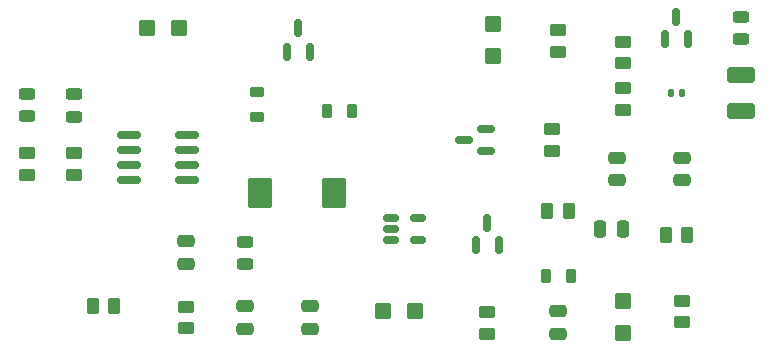
<source format=gbr>
%TF.GenerationSoftware,KiCad,Pcbnew,9.0.2*%
%TF.CreationDate,2025-07-10T14:50:25+03:00*%
%TF.ProjectId,rechargeble_pack,72656368-6172-4676-9562-6c655f706163,rev?*%
%TF.SameCoordinates,Original*%
%TF.FileFunction,Paste,Top*%
%TF.FilePolarity,Positive*%
%FSLAX46Y46*%
G04 Gerber Fmt 4.6, Leading zero omitted, Abs format (unit mm)*
G04 Created by KiCad (PCBNEW 9.0.2) date 2025-07-10 14:50:25*
%MOMM*%
%LPD*%
G01*
G04 APERTURE LIST*
G04 Aperture macros list*
%AMRoundRect*
0 Rectangle with rounded corners*
0 $1 Rounding radius*
0 $2 $3 $4 $5 $6 $7 $8 $9 X,Y pos of 4 corners*
0 Add a 4 corners polygon primitive as box body*
4,1,4,$2,$3,$4,$5,$6,$7,$8,$9,$2,$3,0*
0 Add four circle primitives for the rounded corners*
1,1,$1+$1,$2,$3*
1,1,$1+$1,$4,$5*
1,1,$1+$1,$6,$7*
1,1,$1+$1,$8,$9*
0 Add four rect primitives between the rounded corners*
20,1,$1+$1,$2,$3,$4,$5,0*
20,1,$1+$1,$4,$5,$6,$7,0*
20,1,$1+$1,$6,$7,$8,$9,0*
20,1,$1+$1,$8,$9,$2,$3,0*%
G04 Aperture macros list end*
%ADD10RoundRect,0.150000X0.150000X-0.587500X0.150000X0.587500X-0.150000X0.587500X-0.150000X-0.587500X0*%
%ADD11RoundRect,0.150000X0.587500X0.150000X-0.587500X0.150000X-0.587500X-0.150000X0.587500X-0.150000X0*%
%ADD12RoundRect,0.250000X-0.457500X-0.445000X0.457500X-0.445000X0.457500X0.445000X-0.457500X0.445000X0*%
%ADD13RoundRect,0.140000X-0.140000X-0.170000X0.140000X-0.170000X0.140000X0.170000X-0.140000X0.170000X0*%
%ADD14RoundRect,0.250000X-0.945000X0.420000X-0.945000X-0.420000X0.945000X-0.420000X0.945000X0.420000X0*%
%ADD15RoundRect,0.250000X-0.450000X0.262500X-0.450000X-0.262500X0.450000X-0.262500X0.450000X0.262500X0*%
%ADD16RoundRect,0.250000X-0.475000X0.250000X-0.475000X-0.250000X0.475000X-0.250000X0.475000X0.250000X0*%
%ADD17RoundRect,0.250000X-0.262500X-0.450000X0.262500X-0.450000X0.262500X0.450000X-0.262500X0.450000X0*%
%ADD18RoundRect,0.218750X-0.218750X-0.381250X0.218750X-0.381250X0.218750X0.381250X-0.218750X0.381250X0*%
%ADD19RoundRect,0.250000X0.450000X-0.262500X0.450000X0.262500X-0.450000X0.262500X-0.450000X-0.262500X0*%
%ADD20RoundRect,0.250000X0.475000X-0.250000X0.475000X0.250000X-0.475000X0.250000X-0.475000X-0.250000X0*%
%ADD21RoundRect,0.243750X-0.456250X0.243750X-0.456250X-0.243750X0.456250X-0.243750X0.456250X0.243750X0*%
%ADD22RoundRect,0.250000X-0.250000X-0.475000X0.250000X-0.475000X0.250000X0.475000X-0.250000X0.475000X0*%
%ADD23RoundRect,0.218750X-0.381250X0.218750X-0.381250X-0.218750X0.381250X-0.218750X0.381250X0.218750X0*%
%ADD24RoundRect,0.243750X0.456250X-0.243750X0.456250X0.243750X-0.456250X0.243750X-0.456250X-0.243750X0*%
%ADD25RoundRect,0.250000X0.445000X-0.457500X0.445000X0.457500X-0.445000X0.457500X-0.445000X-0.457500X0*%
%ADD26RoundRect,0.250000X0.457500X0.445000X-0.457500X0.445000X-0.457500X-0.445000X0.457500X-0.445000X0*%
%ADD27RoundRect,0.150000X-0.512500X-0.150000X0.512500X-0.150000X0.512500X0.150000X-0.512500X0.150000X0*%
%ADD28RoundRect,0.250000X-0.785000X-1.045000X0.785000X-1.045000X0.785000X1.045000X-0.785000X1.045000X0*%
%ADD29RoundRect,0.218750X0.218750X0.381250X-0.218750X0.381250X-0.218750X-0.381250X0.218750X-0.381250X0*%
%ADD30RoundRect,0.150000X0.825000X0.150000X-0.825000X0.150000X-0.825000X-0.150000X0.825000X-0.150000X0*%
%ADD31RoundRect,0.250000X0.262500X0.450000X-0.262500X0.450000X-0.262500X-0.450000X0.262500X-0.450000X0*%
G04 APERTURE END LIST*
D10*
%TO.C,Q1*%
X26500000Y-6000000D03*
X28500000Y-6000000D03*
X27500000Y-4000000D03*
%TD*%
%TO.C,Q6*%
X42550000Y-22375000D03*
X44450000Y-22375000D03*
X43500000Y-20500000D03*
%TD*%
D11*
%TO.C,Q7*%
X43375000Y-14450000D03*
X43375000Y-12550000D03*
X41500000Y-13500000D03*
%TD*%
D10*
%TO.C,Q2*%
X58550000Y-4937500D03*
X60450000Y-4937500D03*
X59500000Y-3062500D03*
%TD*%
D12*
%TO.C,C13*%
X14647500Y-4000000D03*
X17352500Y-4000000D03*
%TD*%
D13*
%TO.C,C10*%
X59020000Y-9500000D03*
X59980000Y-9500000D03*
%TD*%
D14*
%TO.C,C7*%
X65000000Y-7960000D03*
X65000000Y-11040000D03*
%TD*%
D15*
%TO.C,R11*%
X4500000Y-14587500D03*
X4500000Y-16412500D03*
%TD*%
D16*
%TO.C,C9*%
X54500000Y-15000000D03*
X54500000Y-16900000D03*
%TD*%
%TO.C,C11*%
X60000000Y-15000000D03*
X60000000Y-16900000D03*
%TD*%
%TO.C,C14*%
X18000000Y-22050000D03*
X18000000Y-23950000D03*
%TD*%
D15*
%TO.C,R1*%
X43500000Y-28087500D03*
X43500000Y-29912500D03*
%TD*%
D17*
%TO.C,R2*%
X58587500Y-21500000D03*
X60412500Y-21500000D03*
%TD*%
D15*
%TO.C,R10*%
X8500000Y-14587500D03*
X8500000Y-16412500D03*
%TD*%
D18*
%TO.C,L1*%
X29937500Y-11000000D03*
X32062500Y-11000000D03*
%TD*%
D19*
%TO.C,R3*%
X60000000Y-28912500D03*
X60000000Y-27087500D03*
%TD*%
D20*
%TO.C,C1*%
X49500000Y-29900000D03*
X49500000Y-28000000D03*
%TD*%
D15*
%TO.C,R9*%
X18000000Y-27587500D03*
X18000000Y-29412500D03*
%TD*%
D16*
%TO.C,C8*%
X28500000Y-27550000D03*
X28500000Y-29450000D03*
%TD*%
D21*
%TO.C,D4*%
X8500000Y-9625000D03*
X8500000Y-11500000D03*
%TD*%
D22*
%TO.C,C4*%
X53050000Y-21000000D03*
X54950000Y-21000000D03*
%TD*%
D23*
%TO.C,L3*%
X24000000Y-9437500D03*
X24000000Y-11562500D03*
%TD*%
D24*
%TO.C,D2*%
X23000000Y-24000000D03*
X23000000Y-22125000D03*
%TD*%
%TO.C,D1*%
X65000000Y-4937500D03*
X65000000Y-3062500D03*
%TD*%
D25*
%TO.C,C6*%
X44000000Y-6352500D03*
X44000000Y-3647500D03*
%TD*%
D26*
%TO.C,C2*%
X37352500Y-28000000D03*
X34647500Y-28000000D03*
%TD*%
D17*
%TO.C,R5*%
X48587500Y-19500000D03*
X50412500Y-19500000D03*
%TD*%
D15*
%TO.C,R6*%
X49500000Y-4175000D03*
X49500000Y-6000000D03*
%TD*%
D27*
%TO.C,U2*%
X35362500Y-20050000D03*
X35362500Y-21000000D03*
X35362500Y-21950000D03*
X37637500Y-21950000D03*
X37637500Y-20050000D03*
%TD*%
D28*
%TO.C,C5*%
X24260000Y-18000000D03*
X30500000Y-18000000D03*
%TD*%
D29*
%TO.C,L2*%
X50562500Y-25000000D03*
X48437500Y-25000000D03*
%TD*%
D25*
%TO.C,C3*%
X55000000Y-29852500D03*
X55000000Y-27147500D03*
%TD*%
D15*
%TO.C,R7*%
X55000000Y-5175000D03*
X55000000Y-7000000D03*
%TD*%
D30*
%TO.C,U1*%
X18070000Y-16880000D03*
X18070000Y-15610000D03*
X18070000Y-14340000D03*
X18070000Y-13070000D03*
X13120000Y-13070000D03*
X13120000Y-14340000D03*
X13120000Y-15610000D03*
X13120000Y-16880000D03*
%TD*%
D15*
%TO.C,R8*%
X55000000Y-9087500D03*
X55000000Y-10912500D03*
%TD*%
%TO.C,R4*%
X49000000Y-12587500D03*
X49000000Y-14412500D03*
%TD*%
D16*
%TO.C,C12*%
X23000000Y-27550000D03*
X23000000Y-29450000D03*
%TD*%
D31*
%TO.C,Rref1*%
X11912500Y-27500000D03*
X10087500Y-27500000D03*
%TD*%
D21*
%TO.C,D3*%
X4500000Y-9562500D03*
X4500000Y-11437500D03*
%TD*%
M02*

</source>
